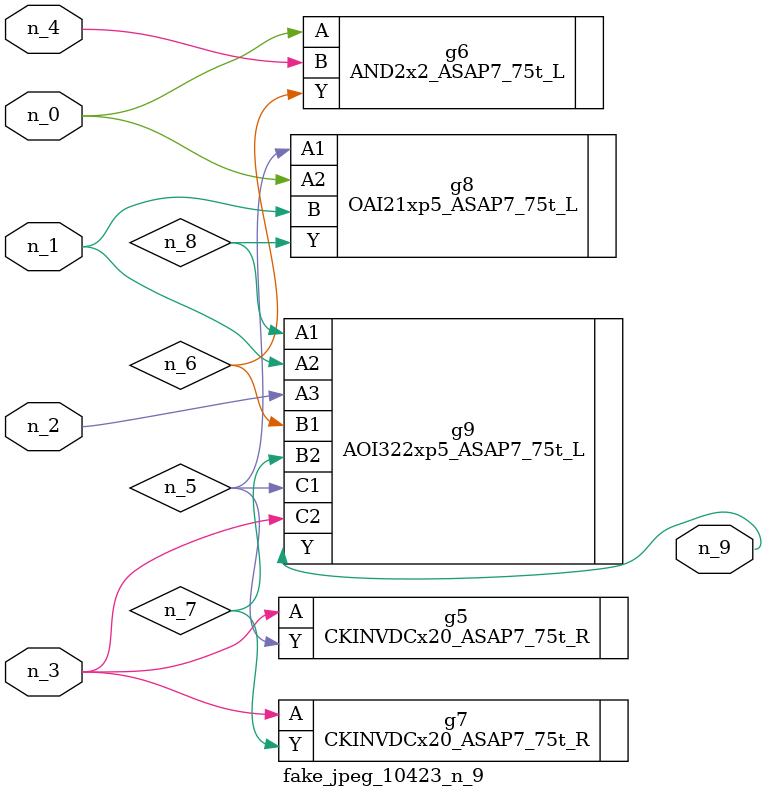
<source format=v>
module fake_jpeg_10423_n_9 (n_3, n_2, n_1, n_0, n_4, n_9);

input n_3;
input n_2;
input n_1;
input n_0;
input n_4;

output n_9;

wire n_8;
wire n_6;
wire n_5;
wire n_7;

CKINVDCx20_ASAP7_75t_R g5 ( 
.A(n_3),
.Y(n_5)
);

AND2x2_ASAP7_75t_L g6 ( 
.A(n_0),
.B(n_4),
.Y(n_6)
);

CKINVDCx20_ASAP7_75t_R g7 ( 
.A(n_3),
.Y(n_7)
);

OAI21xp5_ASAP7_75t_L g8 ( 
.A1(n_5),
.A2(n_0),
.B(n_1),
.Y(n_8)
);

AOI322xp5_ASAP7_75t_L g9 ( 
.A1(n_8),
.A2(n_1),
.A3(n_2),
.B1(n_6),
.B2(n_7),
.C1(n_5),
.C2(n_3),
.Y(n_9)
);


endmodule
</source>
